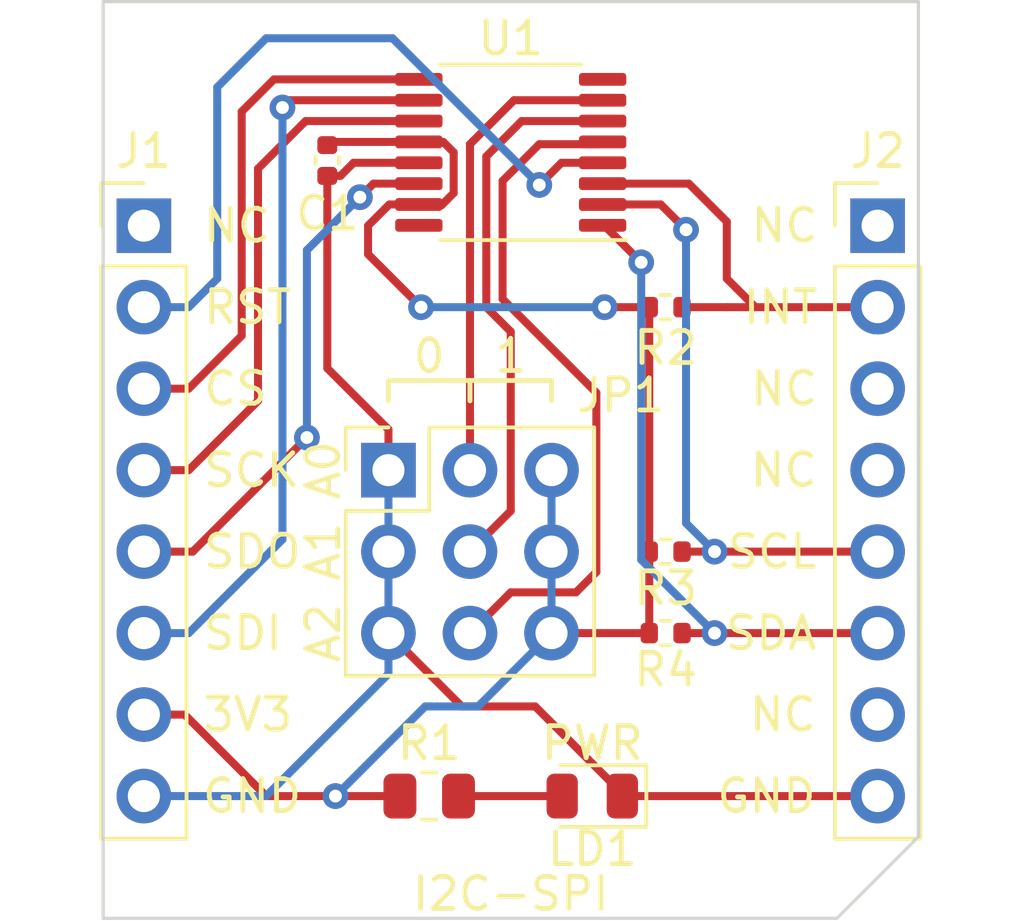
<source format=kicad_pcb>
(kicad_pcb (version 20211014) (generator pcbnew)
  (layers (0 "F.Cu" signal) (31 "B.Cu" signal) (34 "B.Paste" user) (35 "F.Paste" user) (36 "B.SilkS" user "B.Silkscreen") (37 "F.SilkS" user "F.Silkscreen") (38 "B.Mask" user) (39 "F.Mask" user) (44 "Edge.Cuts" user))
  (net 0 "")
  (net 1 "/3V3")
  (net 2 "/GND")
  (net 4 "/RST")
  (net 5 "/CS")
  (net 6 "/SCK")
  (net 7 "/SDO")
  (net 8 "/SDI")
  (net 10 "/INT")
  (net 13 "/SCL")
  (net 14 "/SDA")
  (net 16 "/A0")
  (net 17 "/A1")
  (net 18 "/A2")
  (net 21 "Net-(LD1-Pad2)")
  (footprint "Package_SO:TSSOP-16_4.4x5mm_P0.65mm" (layer "F.Cu") (at 38.1 26.924 180)
    (fp_text reference "U1" (at 0 3.556) (layer "F.SilkS"))
    (fp_text value "SC18IS606PW" hide)
    (fp_line (start 0 -2.735) (end 2.2 -2.735) (layer "F.SilkS") (width 0.12))
    (fp_line (start 0 2.735) (end -2.2 2.735) (layer "F.SilkS") (width 0.12))
    (fp_line (start 0 2.735) (end 2.2 2.735) (layer "F.SilkS") (width 0.12))
    (fp_line (start 0 -2.735) (end -3.6 -2.735) (layer "F.SilkS") (width 0.12))
    (pad "1" smd roundrect (at -2.8625 -2.275 180) (size 1.475 0.4) (layers "F.Cu" "F.Paste" "F.Mask") (net 14 "/SDA"))
    (pad "2" smd roundrect (at -2.8625 -1.625 180) (size 1.475 0.4) (layers "F.Cu" "F.Paste" "F.Mask") (net 13 "/SCL"))
    (pad "3" smd roundrect (at -2.8625 -0.975 180) (size 1.475 0.4) (layers "F.Cu" "F.Paste" "F.Mask") (net 10 "/INT"))
    (pad "4" smd roundrect (at -2.8625 -0.325 180) (size 1.475 0.4) (layers "F.Cu" "F.Paste" "F.Mask") (net 4 "/RST"))
    (pad "5" smd roundrect (at -2.8625 0.325 180) (size 1.475 0.4) (layers "F.Cu" "F.Paste" "F.Mask") (net 18 "/A2"))
    (pad "6" smd roundrect (at -2.8625 0.975 180) (size 1.475 0.4) (layers "F.Cu" "F.Paste" "F.Mask") (net 17 "/A1"))
    (pad "7" smd roundrect (at -2.8625 1.625 180) (size 1.475 0.4) (layers "F.Cu" "F.Paste" "F.Mask") (net 16 "/A0"))
    (pad "8" smd roundrect (at -2.8625 2.275 180) (size 1.475 0.4) (layers "F.Cu" "F.Paste" "F.Mask"))
    (pad "9" smd roundrect (at 2.8625 2.275 180) (size 1.475 0.4) (layers "F.Cu" "F.Paste" "F.Mask") (net 5 "/CS"))
    (pad "10" smd roundrect (at 2.8625 1.625 180) (size 1.475 0.4) (layers "F.Cu" "F.Paste" "F.Mask") (net 8 "/SDI"))
    (pad "11" smd roundrect (at 2.8625 0.975 180) (size 1.475 0.4) (layers "F.Cu" "F.Paste" "F.Mask") (net 6 "/SCK"))
    (pad "12" smd roundrect (at 2.8625 0.325 180) (size 1.475 0.4) (layers "F.Cu" "F.Paste" "F.Mask") (net 1 "/3V3"))
    (pad "13" smd roundrect (at 2.8625 -0.325 180) (size 1.475 0.4) (layers "F.Cu" "F.Paste" "F.Mask") (net 2 "/GND"))
    (pad "14" smd roundrect (at 2.8625 -0.975 180) (size 1.475 0.4) (layers "F.Cu" "F.Paste" "F.Mask") (net 7 "/SDO"))
    (pad "15" smd roundrect (at 2.8625 -1.625 180) (size 1.475 0.4) (layers "F.Cu" "F.Paste" "F.Mask") (net 1 "/3V3"))
    (pad "16" smd roundrect (at 2.8625 -2.275 180) (size 1.475 0.4) (layers "F.Cu" "F.Paste" "F.Mask"))
  )
  (footprint "LED_SMD:LED_0805_2012Metric" (layer "F.Cu") (at 40.64 46.99 180)
    (fp_text reference "LD1" (at 0 -1.65) (layer "F.SilkS"))
    (fp_text value "PWR")
    (fp_line (start 1 -0.96) (end -1.685 -0.96) (layer "F.SilkS") (width 0.12))
    (fp_line (start -1.685 -0.96) (end -1.685 0.96) (layer "F.SilkS") (width 0.12))
    (fp_line (start -1.685 0.96) (end 1 0.96) (layer "F.SilkS") (width 0.12))
    (pad "1" smd roundrect (at -0.9375 0 180) (size 0.975 1.4) (layers "F.Cu" "F.Paste" "F.Mask") (net 2 "/GND"))
    (pad "2" smd roundrect (at 0.9375 0 180) (size 0.975 1.4) (layers "F.Cu" "F.Paste" "F.Mask") (net 21 "Net-(LD1-Pad2)"))
  )
  (footprint "Resistor_SMD:R_0805_2012Metric" (layer "F.Cu") (at 35.56 46.99)
    (fp_text reference "R1" (at 0 -1.65) (layer "F.SilkS"))
    (fp_text value "470Ω")
    (fp_line (start -0.227064 -0.735) (end 0.227064 -0.735) (layer "F.SilkS") (width 0.12))
    (fp_line (start -0.227064 0.735) (end 0.227064 0.735) (layer "F.SilkS") (width 0.12))
    (pad "1" smd roundrect (at -0.9125 0) (size 1.025 1.4) (layers "F.Cu" "F.Paste" "F.Mask") (roundrect_rratio 0.243902439) (net 1 "/3V3"))
    (pad "2" smd roundrect (at 0.9125 0) (size 1.025 1.4) (layers "F.Cu" "F.Paste" "F.Mask") (roundrect_rratio 0.243902439) (net 21 "Net-(LD1-Pad2)"))
  )
  (footprint "Capacitor_SMD:C_0402_1005Metric" (layer "F.Cu") (at 32.385 27.178 -90)
    (fp_text reference "C1" (at 1.651 0 180) (layer "F.SilkS"))
    (fp_text value "0.1µF" hide)
    (fp_line (start -0.107836 0.36) (end 0.107836 0.36) (layer "F.SilkS") (width 0.12))
    (fp_line (start -0.107836 -0.36) (end 0.107836 -0.36) (layer "F.SilkS") (width 0.12))
    (pad "1" smd roundrect (at -0.48 0 270) (size 0.56 0.62) (layers "F.Cu" "F.Paste" "F.Mask") (net 1 "/3V3"))
    (pad "2" smd roundrect (at 0.48 0 270) (size 0.56 0.62) (layers "F.Cu" "F.Paste" "F.Mask") (net 2 "/GND"))
  )
  (footprint "Resistor_SMD:R_0402_1005Metric" (layer "F.Cu") (at 42.926 39.37)
    (fp_text reference "R3" (at 0 1.143 180) (layer "F.SilkS"))
    (fp_text value "4.7kΩ" hide)
    (fp_line (start -0.153641 -0.38) (end 0.153641 -0.38) (layer "F.SilkS") (width 0.12))
    (fp_line (start -0.153641 0.38) (end 0.153641 0.38) (layer "F.SilkS") (width 0.12))
    (pad "1" smd roundrect (at -0.51 0) (size 0.54 0.64) (layers "F.Cu" "F.Paste" "F.Mask") (net 1 "/3V3"))
    (pad "2" smd roundrect (at 0.51 0) (size 0.54 0.64) (layers "F.Cu" "F.Paste" "F.Mask") (net 13 "/SCL"))
  )
  (footprint "Resistor_SMD:R_0402_1005Metric" (layer "F.Cu") (at 42.926 31.75)
    (fp_text reference "R2" (at 0 1.27 180) (layer "F.SilkS"))
    (fp_text value "4.7kΩ" hide)
    (fp_line (start -0.153641 0.38) (end 0.153641 0.38) (layer "F.SilkS") (width 0.12))
    (fp_line (start -0.153641 -0.38) (end 0.153641 -0.38) (layer "F.SilkS") (width 0.12))
    (pad "1" smd roundrect (at -0.51 0) (size 0.54 0.64) (layers "F.Cu" "F.Paste" "F.Mask") (net 1 "/3V3"))
    (pad "2" smd roundrect (at 0.51 0) (size 0.54 0.64) (layers "F.Cu" "F.Paste" "F.Mask") (net 10 "/INT"))
  )
  (footprint "Resistor_SMD:R_0402_1005Metric" (layer "F.Cu") (at 42.926 41.91)
    (fp_text reference "R4" (at 0 1.143 180) (layer "F.SilkS"))
    (fp_text value "4.7kΩ" hide)
    (fp_line (start -0.153641 -0.38) (end 0.153641 -0.38) (layer "F.SilkS") (width 0.12))
    (fp_line (start -0.153641 0.38) (end 0.153641 0.38) (layer "F.SilkS") (width 0.12))
    (pad "1" smd roundrect (at -0.51 0) (size 0.54 0.64) (layers "F.Cu" "F.Paste" "F.Mask") (net 1 "/3V3"))
    (pad "2" smd roundrect (at 0.51 0) (size 0.54 0.64) (layers "F.Cu" "F.Paste" "F.Mask") (net 14 "/SDA"))
  )
  (footprint "Connector_PinHeader_2.54mm_Jumper:PinHeader_3x03_P2.54mm_Vertical" (layer "F.Cu") (at 34.29 36.83)
    (fp_text reference "JP1" (at 7.239 -2.33) (layer "F.SilkS"))
    (fp_text value "SW_DIP_x03_DPST_Pairwise" hide)
    (fp_line (start -1.33 6.41) (end 6.41 6.41) (layer "F.SilkS") (width 0.12))
    (fp_line (start -1.33 1.27) (end -1.33 6.41) (layer "F.SilkS") (width 0.12))
    (fp_line (start -1.33 0) (end -1.33 -1.33) (layer "F.SilkS") (width 0.12))
    (fp_line (start 1.27 1.27) (end 1.27 -1.33) (layer "F.SilkS") (width 0.12))
    (fp_line (start -1.33 1.27) (end 1.27 1.27) (layer "F.SilkS") (width 0.12))
    (fp_line (start 6.41 -1.33) (end 6.41 6.41) (layer "F.SilkS") (width 0.12))
    (fp_line (start -1.33 -1.33) (end 0 -1.33) (layer "F.SilkS") (width 0.12))
    (fp_line (start 1.27 -1.33) (end 6.41 -1.33) (layer "F.SilkS") (width 0.12))
    (pad "1" thru_hole rect (at 0 0) (size 1.7 1.7) (drill 1) (layers *.Cu *.Mask) (net 2 "/GND"))
    (pad "2" thru_hole oval (at 2.54 0) (size 1.7 1.7) (drill 1) (layers *.Cu *.Mask) (net 16 "/A0"))
    (pad "3" thru_hole oval (at 5.08 0) (size 1.7 1.7) (drill 1) (layers *.Cu *.Mask) (net 1 "/3V3"))
    (pad "4" thru_hole oval (at 0 2.54) (size 1.7 1.7) (drill 1) (layers *.Cu *.Mask) (net 2 "/GND"))
    (pad "5" thru_hole oval (at 2.54 2.54) (size 1.7 1.7) (drill 1) (layers *.Cu *.Mask) (net 17 "/A1"))
    (pad "6" thru_hole oval (at 5.08 2.54) (size 1.7 1.7) (drill 1) (layers *.Cu *.Mask) (net 1 "/3V3"))
    (pad "7" thru_hole oval (at 0 5.08) (size 1.7 1.7) (drill 1) (layers *.Cu *.Mask) (net 2 "/GND"))
    (pad "8" thru_hole oval (at 2.54 5.08) (size 1.7 1.7) (drill 1) (layers *.Cu *.Mask) (net 18 "/A2"))
    (pad "9" thru_hole oval (at 5.08 5.08) (size 1.7 1.7) (drill 1) (layers *.Cu *.Mask) (net 1 "/3V3"))
  )
  (footprint "Connector_PinHeader_2.54mm:PinHeader_1x08_P2.54mm_Vertical" (layer "F.Cu") (at 49.53 29.21)
    (fp_text reference "J2" (at 0 -2.33) (layer "F.SilkS"))
    (fp_text value "mikroBUS_R")
    (fp_line (start -1.33 -1.33) (end 0 -1.33) (layer "F.SilkS") (width 0.12))
    (fp_line (start -1.33 19.11) (end 1.33 19.11) (layer "F.SilkS") (width 0.12))
    (fp_line (start -1.33 0) (end -1.33 -1.33) (layer "F.SilkS") (width 0.12))
    (fp_line (start -1.33 1.27) (end -1.33 19.11) (layer "F.SilkS") (width 0.12))
    (fp_line (start 1.33 1.27) (end 1.33 19.11) (layer "F.SilkS") (width 0.12))
    (fp_line (start -1.33 1.27) (end 1.33 1.27) (layer "F.SilkS") (width 0.12))
    (pad "1" thru_hole rect (at 0 0) (size 1.7 1.7) (drill 1) (layers *.Cu *.Mask))
    (pad "2" thru_hole oval (at 0 2.54) (size 1.7 1.7) (drill 1) (layers *.Cu *.Mask) (net 10 "/INT"))
    (pad "3" thru_hole oval (at 0 5.08) (size 1.7 1.7) (drill 1) (layers *.Cu *.Mask))
    (pad "4" thru_hole oval (at 0 7.62) (size 1.7 1.7) (drill 1) (layers *.Cu *.Mask))
    (pad "5" thru_hole oval (at 0 10.16) (size 1.7 1.7) (drill 1) (layers *.Cu *.Mask) (net 13 "/SCL"))
    (pad "6" thru_hole oval (at 0 12.7) (size 1.7 1.7) (drill 1) (layers *.Cu *.Mask) (net 14 "/SDA"))
    (pad "7" thru_hole oval (at 0 15.24) (size 1.7 1.7) (drill 1) (layers *.Cu *.Mask))
    (pad "8" thru_hole oval (at 0 17.78) (size 1.7 1.7) (drill 1) (layers *.Cu *.Mask) (net 2 "/GND"))
  )
  (footprint "Connector_PinHeader_2.54mm:PinHeader_1x08_P2.54mm_Vertical" (layer "F.Cu") (at 26.67 29.21)
    (fp_text reference "J1" (at 0 -2.33) (layer "F.SilkS"))
    (fp_text value "mikroBUS_L")
    (fp_line (start -1.33 1.27) (end -1.33 19.11) (layer "F.SilkS") (width 0.12))
    (fp_line (start 1.33 1.27) (end 1.33 19.11) (layer "F.SilkS") (width 0.12))
    (fp_line (start -1.33 -1.33) (end 0 -1.33) (layer "F.SilkS") (width 0.12))
    (fp_line (start -1.33 1.27) (end 1.33 1.27) (layer "F.SilkS") (width 0.12))
    (fp_line (start -1.33 0) (end -1.33 -1.33) (layer "F.SilkS") (width 0.12))
    (fp_line (start -1.33 19.11) (end 1.33 19.11) (layer "F.SilkS") (width 0.12))
    (pad "1" thru_hole rect (at 0 0) (size 1.7 1.7) (drill 1) (layers *.Cu *.Mask))
    (pad "2" thru_hole oval (at 0 2.54) (size 1.7 1.7) (drill 1) (layers *.Cu *.Mask) (net 4 "/RST"))
    (pad "3" thru_hole oval (at 0 5.08) (size 1.7 1.7) (drill 1) (layers *.Cu *.Mask) (net 5 "/CS"))
    (pad "4" thru_hole oval (at 0 7.62) (size 1.7 1.7) (drill 1) (layers *.Cu *.Mask) (net 6 "/SCK"))
    (pad "5" thru_hole oval (at 0 10.16) (size 1.7 1.7) (drill 1) (layers *.Cu *.Mask) (net 7 "/SDO"))
    (pad "6" thru_hole oval (at 0 12.7) (size 1.7 1.7) (drill 1) (layers *.Cu *.Mask) (net 8 "/SDI"))
    (pad "7" thru_hole oval (at 0 15.24) (size 1.7 1.7) (drill 1) (layers *.Cu *.Mask) (net 1 "/3V3"))
    (pad "8" thru_hole oval (at 0 17.78) (size 1.7 1.7) (drill 1) (layers *.Cu *.Mask) (net 2 "/GND"))
  )
  (gr_line (start 36.83 34.671) (end 36.83 34.036) (layer "F.SilkS") (width 0.15))
  (gr_line (start 36.83 34.036) (end 39.37 34.036) (layer "F.SilkS") (width 0.15))
  (gr_line (start 34.29 34.036) (end 36.83 34.036) (layer "F.SilkS") (width 0.15))
  (gr_line (start 39.37 34.671) (end 39.37 34.036) (layer "F.SilkS") (width 0.15))
  (gr_line (start 34.29 34.671) (end 34.29 34.036) (layer "F.SilkS") (width 0.15))
  (gr_line (start 25.4 22.225) (end 50.8 22.225) (layer "Edge.Cuts") (width 0.1))
  (gr_line (start 25.4 50.8) (end 48.26 50.8) (layer "Edge.Cuts") (width 0.1))
  (gr_line (start 25.4 50.8) (end 25.4 22.225) (layer "Edge.Cuts") (width 0.1))
  (gr_line (start 48.26 50.8) (end 50.8 48.26) (layer "Edge.Cuts") (width 0.1))
  (gr_line (start 50.8 48.26) (end 50.8 22.225) (layer "Edge.Cuts") (width 0.1))
  (gr_text "A0" (at 32.258 36.83 90) (layer "F.SilkS") (effects (font (size 1 1))))
  (gr_text "RST" (at 28.448 31.75) (layer "F.SilkS") (effects (font (size 1 1)) (justify left)))
  (gr_text "GND" (at 47.689815 46.99) (layer "F.SilkS") (effects (font (size 1 1)) (justify right)))
  (gr_text "NC" (at 47.752 29.207179) (layer "F.SilkS") (effects (font (size 1 1)) (justify right)))
  (gr_text "0" (at 35.56 33.274) (layer "F.SilkS") (effects (font (size 1 1))))
  (gr_text "1" (at 38.097168 33.268722) (layer "F.SilkS") (effects (font (size 1 1))))
  (gr_text "SCL" (at 47.718602 39.37) (layer "F.SilkS") (effects (font (size 1 1)) (justify right)))
  (gr_text "NC" (at 47.728197 36.83) (layer "F.SilkS") (effects (font (size 1 1)) (justify right)))
  (gr_text "CS" (at 28.448 34.29) (layer "F.SilkS") (effects (font (size 1 1)) (justify left)))
  (gr_text "3V3" (at 28.428247 44.45) (layer "F.SilkS") (effects (font (size 1 1)) (justify left)))
  (gr_text "NC" (at 47.737793 34.29) (layer "F.SilkS") (effects (font (size 1 1)) (justify right)))
  (gr_text "I2C-SPI" (at 38.1 50.038) (layer "F.SilkS") (effects (font (size 1 1))))
  (gr_text "A1" (at 32.254074 39.367297 90) (layer "F.SilkS") (effects (font (size 1 1))))
  (gr_text "GND" (at 28.418651 46.99) (layer "F.SilkS") (effects (font (size 1 1)) (justify left)))
  (gr_text "INT" (at 47.747388 31.75) (layer "F.SilkS") (effects (font (size 1 1)) (justify right)))
  (gr_text "PWR" (at 40.64 45.339) (layer "F.SilkS") (effects (font (size 1 1))))
  (gr_text "NC" (at 28.448 29.21) (layer "F.SilkS") (effects (font (size 1 1)) (justify left)))
  (gr_text "SDO" (at 28.447438 39.37) (layer "F.SilkS") (effects (font (size 1 1)) (justify left)))
  (gr_text "SCK" (at 28.448 36.83) (layer "F.SilkS") (effects (font (size 1 1)) (justify left)))
  (gr_text "SDI" (at 28.437842 41.91) (layer "F.SilkS") (effects (font (size 1 1)) (justify left)))
  (gr_text "A2" (at 32.254074 41.907297 90) (layer "F.SilkS") (effects (font (size 1 1))))
  (gr_text "NC" (at 47.699411 44.45) (layer "F.SilkS") (effects (font (size 1 1)) (justify right)))
  (gr_text "SDA" (at 47.709006 41.91) (layer "F.SilkS") (effects (font (size 1 1)) (justify right)))
  (segment (start 36.322 26.924) (end 36.322 28.194) (width 0.25) (layer "F.Cu") (net 1))
  (segment (start 26.67 44.45) (end 27.94 44.45) (width 0.25) (layer "F.Cu") (net 1))
  (segment (start 41.021 31.75) (end 42.418 31.75) (width 0.25) (layer "F.Cu") (net 1))
  (segment (start 39.37 41.91) (end 42.418 41.91) (width 0.25) (layer "F.Cu") (net 1))
  (segment (start 35.941 28.575) (end 35.179 28.575) (width 0.25) (layer "F.Cu") (net 1))
  (segment (start 34.316 28.549) (end 33.655 29.21) (width 0.25) (layer "F.Cu") (net 1))
  (segment (start 35.997 26.599) (end 36.322 26.924) (width 0.25) (layer "F.Cu") (net 1))
  (segment (start 42.416 31.75) (end 42.416 41.908) (width 0.25) (layer "F.Cu") (net 1))
  (segment (start 36.322 28.194) (end 35.941 28.575) (width 0.25) (layer "F.Cu") (net 1))
  (segment (start 35.2375 26.599) (end 35.997 26.599) (width 0.25) (layer "F.Cu") (net 1))
  (segment (start 32.639 46.99) (end 34.544 46.99) (width 0.25) (layer "F.Cu") (net 1))
  (segment (start 33.655 30.099) (end 35.306 31.75) (width 0.25) (layer "F.Cu") (net 1))
  (segment (start 35.2375 28.549) (end 34.316 28.549) (width 0.25) (layer "F.Cu") (net 1))
  (segment (start 33.655 29.21) (end 33.655 30.099) (width 0.25) (layer "F.Cu") (net 1))
  (segment (start 35.2375 26.599) (end 32.456 26.599) (width 0.25) (layer "F.Cu") (net 1))
  (segment (start 27.94 44.45) (end 30.48 46.99) (width 0.25) (layer "F.Cu") (net 1))
  (segment (start 30.48 46.99) (end 32.639 46.99) (width 0.25) (layer "F.Cu") (net 1))
  (segment (start 32.456 26.599) (end 32.385 26.67) (width 0.25) (layer "F.Cu") (net 1))
  (via (at 41.021 31.75) (size 0.8) (drill 0.4) (layers "F.Cu" "B.Cu") (net 1))
  (via (at 35.306 31.75) (size 0.8) (drill 0.4) (layers "F.Cu" "B.Cu") (net 1))
  (via (at 32.639 46.99) (size 0.8) (drill 0.4) (layers "F.Cu" "B.Cu") (net 1))
  (segment (start 32.639 46.99) (end 35.433 44.196) (width 0.25) (layer "B.Cu") (net 1))
  (segment (start 37.084 44.196) (end 39.37 41.91) (width 0.25) (layer "B.Cu") (net 1))
  (segment (start 35.306 31.75) (end 41.021 31.75) (width 0.25) (layer "B.Cu") (net 1))
  (segment (start 39.37 41.91) (end 39.37 36.83) (width 0.25) (layer "B.Cu") (net 1))
  (segment (start 35.433 44.196) (end 37.084 44.196) (width 0.25) (layer "B.Cu") (net 1))
  (segment (start 35.2375 27.249) (end 33.203 27.249) (width 0.25) (layer "F.Cu") (net 2))
  (segment (start 32.385 27.658) (end 32.385 33.655) (width 0.25) (layer "F.Cu") (net 2))
  (segment (start 36.576 44.196) (end 38.862 44.196) (width 0.25) (layer "F.Cu") (net 2))
  (segment (start 38.862 44.196) (end 41.656 46.99) (width 0.25) (layer "F.Cu") (net 2))
  (segment (start 34.29 35.56) (end 34.29 36.83) (width 0.25) (layer "F.Cu") (net 2))
  (segment (start 32.794 27.658) (end 32.385 27.658) (width 0.25) (layer "F.Cu") (net 2))
  (segment (start 41.5775 46.99) (end 49.53 46.99) (width 0.25) (layer "F.Cu") (net 2))
  (segment (start 32.385 33.655) (end 34.29 35.56) (width 0.25) (layer "F.Cu") (net 2))
  (segment (start 34.29 41.91) (end 36.576 44.196) (width 0.25) (layer "F.Cu") (net 2))
  (segment (start 33.203 27.249) (end 32.794 27.658) (width 0.25) (layer "F.Cu") (net 2))
  (segment (start 26.67 46.99) (end 30.48 46.99) (width 0.25) (layer "B.Cu") (net 2))
  (segment (start 34.29 43.18) (end 34.29 36.83) (width 0.25) (layer "B.Cu") (net 2))
  (segment (start 32.639 44.831) (end 34.29 43.18) (width 0.25) (layer "B.Cu") (net 2))
  (segment (start 30.48 46.99) (end 32.639 44.831) (width 0.25) (layer "B.Cu") (net 2))
  (segment (start 40.9625 27.249) (end 39.68 27.249) (width 0.25) (layer "F.Cu") (net 4))
  (segment (start 39.68 27.249) (end 38.989 27.94) (width 0.25) (layer "F.Cu") (net 4))
  (via (at 38.989 27.94) (size 0.8) (drill 0.4) (layers "F.Cu" "B.Cu") (net 4))
  (segment (start 30.48 23.368) (end 28.956 24.892) (width 0.25) (layer "B.Cu") (net 4))
  (segment (start 38.989 27.94) (end 34.417 23.368) (width 0.25) (layer "B.Cu") (net 4))
  (segment (start 34.417 23.368) (end 30.48 23.368) (width 0.25) (layer "B.Cu") (net 4))
  (segment (start 28.956 24.892) (end 28.956 30.861) (width 0.25) (layer "B.Cu") (net 4))
  (segment (start 28.067 31.75) (end 26.67 31.75) (width 0.25) (layer "B.Cu") (net 4))
  (segment (start 28.956 30.861) (end 28.067 31.75) (width 0.25) (layer "B.Cu") (net 4))
  (segment (start 30.723 24.649) (end 29.718 25.654) (width 0.25) (layer "F.Cu") (net 5))
  (segment (start 29.718 32.639) (end 28.067 34.29) (width 0.25) (layer "F.Cu") (net 5))
  (segment (start 28.067 34.29) (end 26.67 34.29) (width 0.25) (layer "F.Cu") (net 5))
  (segment (start 29.718 25.654) (end 29.718 32.639) (width 0.25) (layer "F.Cu") (net 5))
  (segment (start 35.2375 24.649) (end 30.723 24.649) (width 0.25) (layer "F.Cu") (net 5))
  (segment (start 30.226 27.432) (end 30.226 34.671) (width 0.25) (layer "F.Cu") (net 6))
  (segment (start 31.709 25.949) (end 30.226 27.432) (width 0.25) (layer "F.Cu") (net 6))
  (segment (start 28.067 36.83) (end 26.67 36.83) (width 0.25) (layer "F.Cu") (net 6))
  (segment (start 35.2375 25.949) (end 31.709 25.949) (width 0.25) (layer "F.Cu") (net 6))
  (segment (start 30.226 34.671) (end 28.067 36.83) (width 0.25) (layer "F.Cu") (net 6))
  (segment (start 28.194 39.37) (end 26.67 39.37) (width 0.25) (layer "F.Cu") (net 7))
  (segment (start 31.75 35.814) (end 28.194 39.37) (width 0.25) (layer "F.Cu") (net 7))
  (segment (start 33.823 27.899) (end 33.401 28.321) (width 0.25) (layer "F.Cu") (net 7))
  (segment (start 35.2375 27.899) (end 33.823 27.899) (width 0.25) (layer "F.Cu") (net 7))
  (via (at 33.401 28.321) (size 0.8) (drill 0.4) (layers "F.Cu" "B.Cu") (net 7))
  (via (at 31.75 35.814) (size 0.8) (drill 0.4) (layers "F.Cu" "B.Cu") (net 7))
  (segment (start 31.75 29.972) (end 31.75 35.814) (width 0.25) (layer "B.Cu") (net 7))
  (segment (start 33.401 28.321) (end 31.75 29.972) (width 0.25) (layer "B.Cu") (net 7))
  (segment (start 31.216 25.299) (end 30.988 25.527) (width 0.25) (layer "F.Cu") (net 8))
  (segment (start 35.2375 25.299) (end 31.216 25.299) (width 0.25) (layer "F.Cu") (net 8))
  (via (at 30.988 25.527) (size 0.8) (drill 0.4) (layers "F.Cu" "B.Cu") (net 8))
  (segment (start 30.988 38.989) (end 28.067 41.91) (width 0.25) (layer "B.Cu") (net 8))
  (segment (start 28.067 41.91) (end 26.67 41.91) (width 0.25) (layer "B.Cu") (net 8))
  (segment (start 30.988 25.527) (end 30.988 38.989) (width 0.25) (layer "B.Cu") (net 8))
  (segment (start 44.831 29.083) (end 44.831 30.861) (width 0.25) (layer "F.Cu") (net 10))
  (segment (start 44.831 30.861) (end 45.72 31.75) (width 0.25) (layer "F.Cu") (net 10))
  (segment (start 40.9625 27.899) (end 43.647 27.899) (width 0.25) (layer "F.Cu") (net 10))
  (segment (start 43.436 31.75) (end 44.831 31.75) (width 0.25) (layer "F.Cu") (net 10))
  (segment (start 45.72 31.75) (end 49.53 31.75) (width 0.25) (layer "F.Cu") (net 10))
  (segment (start 43.647 27.899) (end 44.831 29.083) (width 0.25) (layer "F.Cu") (net 10))
  (segment (start 44.833 31.75) (end 45.72 31.75) (width 0.25) (layer "F.Cu") (net 10))
  (segment (start 43.436 39.37) (end 44.45 39.37) (width 0.25) (layer "F.Cu") (net 13))
  (segment (start 44.45 39.37) (end 44.831 39.37) (width 0.25) (layer "F.Cu") (net 13))
  (segment (start 44.831 39.37) (end 49.53 39.37) (width 0.25) (layer "F.Cu") (net 13))
  (segment (start 40.9625 28.549) (end 42.773 28.549) (width 0.25) (layer "F.Cu") (net 13))
  (segment (start 42.773 28.549) (end 43.561 29.337) (width 0.25) (layer "F.Cu") (net 13))
  (via (at 44.45 39.37) (size 0.8) (drill 0.4) (layers "F.Cu" "B.Cu") (net 13))
  (via (at 43.561 29.337) (size 0.8) (drill 0.4) (layers "F.Cu" "B.Cu") (net 13))
  (segment (start 43.561 29.337) (end 43.561 38.481) (width 0.25) (layer "B.Cu") (net 13))
  (segment (start 43.561 38.481) (end 44.45 39.37) (width 0.25) (layer "B.Cu") (net 13))
  (segment (start 44.45 41.91) (end 44.831 41.91) (width 0.25) (layer "F.Cu") (net 14))
  (segment (start 41.01 29.199) (end 42.164 30.353) (width 0.25) (layer "F.Cu") (net 14))
  (segment (start 49.53 41.91) (end 44.831 41.91) (width 0.25) (layer "F.Cu") (net 14))
  (segment (start 43.436 41.91) (end 44.45 41.91) (width 0.25) (layer "F.Cu") (net 14))
  (segment (start 40.9625 29.199) (end 41.01 29.199) (width 0.25) (layer "F.Cu") (net 14))
  (via (at 44.45 41.91) (size 0.8) (drill 0.4) (layers "F.Cu" "B.Cu") (net 14))
  (via (at 42.164 30.353) (size 0.8) (drill 0.4) (layers "F.Cu" "B.Cu") (net 14))
  (segment (start 42.164 30.353) (end 42.164 39.624) (width 0.25) (layer "B.Cu") (net 14))
  (segment (start 42.164 39.624) (end 44.45 41.91) (width 0.25) (layer "B.Cu") (net 14))
  (segment (start 40.9625 25.299) (end 38.201 25.299) (width 0.25) (layer "F.Cu") (net 16))
  (segment (start 38.201 25.299) (end 36.83 26.67) (width 0.25) (layer "F.Cu") (net 16))
  (segment (start 36.83 26.67) (end 36.83 36.83) (width 0.25) (layer "F.Cu") (net 16))
  (segment (start 38.1 38.1) (end 38.1 32.512) (width 0.25) (layer "F.Cu") (net 17))
  (segment (start 38.1 32.512) (end 37.338 31.75) (width 0.25) (layer "F.Cu") (net 17))
  (segment (start 38.44 25.949) (end 37.338 27.051) (width 0.25) (layer "F.Cu") (net 17))
  (segment (start 36.83 39.37) (end 38.1 38.1) (width 0.25) (layer "F.Cu") (net 17))
  (segment (start 37.338 31.75) (end 37.338 27.051) (width 0.25) (layer "F.Cu") (net 17))
  (segment (start 40.9625 25.949) (end 38.44 25.949) (width 0.25) (layer "F.Cu") (net 17))
  (segment (start 40.767 34.417) (end 37.846 31.496) (width 0.25) (layer "F.Cu") (net 18))
  (segment (start 37.846 27.813) (end 38.989 26.67) (width 0.25) (layer "F.Cu") (net 18))
  (segment (start 37.846 31.496) (end 37.846 27.813) (width 0.25) (layer "F.Cu") (net 18))
  (segment (start 36.83 41.91) (end 38.1 40.64) (width 0.25) (layer "F.Cu") (net 18))
  (segment (start 38.1 40.64) (end 40.132 40.64) (width 0.25) (layer "F.Cu") (net 18))
  (segment (start 40.132 40.64) (end 40.767 40.005) (width 0.25) (layer "F.Cu") (net 18))
  (segment (start 40.767 40.005) (end 40.767 34.417) (width 0.25) (layer "F.Cu") (net 18))
  (segment (start 38.989 26.67) (end 40.894 26.67) (width 0.25) (layer "F.Cu") (net 18))
  (segment (start 36.4725 46.99) (end 39.624 46.99) (width 0.25) (layer "F.Cu") (net 21))
)
</source>
